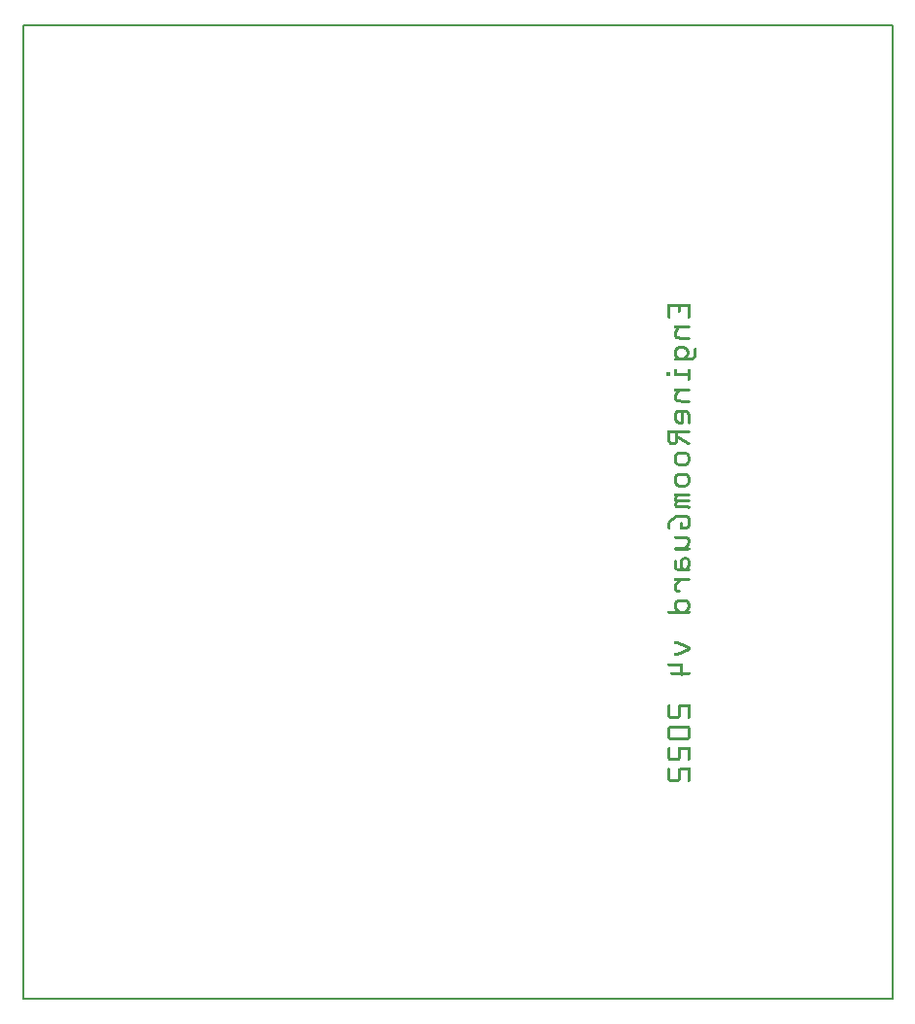
<source format=gbo>
G04 MADE WITH FRITZING*
G04 WWW.FRITZING.ORG*
G04 DOUBLE SIDED*
G04 HOLES PLATED*
G04 CONTOUR ON CENTER OF CONTOUR VECTOR*
%ASAXBY*%
%FSLAX23Y23*%
%MOIN*%
%OFA0B0*%
%SFA1.0B1.0*%
%ADD10R,2.992130X3.346460X2.976130X3.330460*%
%ADD11C,0.008000*%
%ADD12R,0.001000X0.001000*%
%LNSILK0*%
G90*
G70*
G54D11*
X4Y3342D02*
X2988Y3342D01*
X2988Y4D01*
X4Y4D01*
X4Y3342D01*
D02*
G54D12*
X2217Y2385D02*
X2294Y2385D01*
X2217Y2384D02*
X2294Y2384D01*
X2217Y2383D02*
X2294Y2383D01*
X2217Y2382D02*
X2294Y2382D01*
X2217Y2381D02*
X2294Y2381D01*
X2217Y2380D02*
X2294Y2380D01*
X2217Y2379D02*
X2294Y2379D01*
X2217Y2378D02*
X2294Y2378D01*
X2217Y2377D02*
X2294Y2377D01*
X2217Y2376D02*
X2294Y2376D01*
X2217Y2375D02*
X2226Y2375D01*
X2251Y2375D02*
X2260Y2375D01*
X2285Y2375D02*
X2294Y2375D01*
X2217Y2374D02*
X2226Y2374D01*
X2251Y2374D02*
X2260Y2374D01*
X2285Y2374D02*
X2294Y2374D01*
X2217Y2373D02*
X2226Y2373D01*
X2251Y2373D02*
X2260Y2373D01*
X2285Y2373D02*
X2294Y2373D01*
X2217Y2372D02*
X2226Y2372D01*
X2251Y2372D02*
X2260Y2372D01*
X2285Y2372D02*
X2294Y2372D01*
X2217Y2371D02*
X2226Y2371D01*
X2251Y2371D02*
X2260Y2371D01*
X2285Y2371D02*
X2294Y2371D01*
X2217Y2370D02*
X2226Y2370D01*
X2251Y2370D02*
X2260Y2370D01*
X2285Y2370D02*
X2294Y2370D01*
X2217Y2369D02*
X2226Y2369D01*
X2251Y2369D02*
X2260Y2369D01*
X2285Y2369D02*
X2294Y2369D01*
X2217Y2368D02*
X2226Y2368D01*
X2251Y2368D02*
X2260Y2368D01*
X2285Y2368D02*
X2294Y2368D01*
X2217Y2367D02*
X2226Y2367D01*
X2251Y2367D02*
X2260Y2367D01*
X2285Y2367D02*
X2294Y2367D01*
X2217Y2366D02*
X2226Y2366D01*
X2251Y2366D02*
X2260Y2366D01*
X2285Y2366D02*
X2294Y2366D01*
X2217Y2365D02*
X2226Y2365D01*
X2251Y2365D02*
X2260Y2365D01*
X2285Y2365D02*
X2294Y2365D01*
X2217Y2364D02*
X2226Y2364D01*
X2251Y2364D02*
X2260Y2364D01*
X2285Y2364D02*
X2294Y2364D01*
X2217Y2363D02*
X2226Y2363D01*
X2251Y2363D02*
X2260Y2363D01*
X2285Y2363D02*
X2294Y2363D01*
X2217Y2362D02*
X2226Y2362D01*
X2251Y2362D02*
X2260Y2362D01*
X2285Y2362D02*
X2294Y2362D01*
X2217Y2361D02*
X2226Y2361D01*
X2251Y2361D02*
X2260Y2361D01*
X2285Y2361D02*
X2294Y2361D01*
X2217Y2360D02*
X2226Y2360D01*
X2251Y2360D02*
X2260Y2360D01*
X2285Y2360D02*
X2294Y2360D01*
X2217Y2359D02*
X2226Y2359D01*
X2251Y2359D02*
X2260Y2359D01*
X2285Y2359D02*
X2294Y2359D01*
X2217Y2358D02*
X2226Y2358D01*
X2252Y2358D02*
X2259Y2358D01*
X2285Y2358D02*
X2294Y2358D01*
X2217Y2357D02*
X2226Y2357D01*
X2253Y2357D02*
X2258Y2357D01*
X2285Y2357D02*
X2294Y2357D01*
X2217Y2356D02*
X2226Y2356D01*
X2285Y2356D02*
X2294Y2356D01*
X2217Y2355D02*
X2226Y2355D01*
X2285Y2355D02*
X2294Y2355D01*
X2217Y2354D02*
X2226Y2354D01*
X2285Y2354D02*
X2294Y2354D01*
X2217Y2353D02*
X2226Y2353D01*
X2285Y2353D02*
X2294Y2353D01*
X2217Y2352D02*
X2226Y2352D01*
X2285Y2352D02*
X2294Y2352D01*
X2217Y2351D02*
X2226Y2351D01*
X2285Y2351D02*
X2294Y2351D01*
X2217Y2350D02*
X2226Y2350D01*
X2285Y2350D02*
X2294Y2350D01*
X2217Y2349D02*
X2226Y2349D01*
X2285Y2349D02*
X2294Y2349D01*
X2217Y2348D02*
X2226Y2348D01*
X2285Y2348D02*
X2294Y2348D01*
X2217Y2347D02*
X2226Y2347D01*
X2285Y2347D02*
X2294Y2347D01*
X2217Y2346D02*
X2226Y2346D01*
X2285Y2346D02*
X2294Y2346D01*
X2217Y2345D02*
X2226Y2345D01*
X2285Y2345D02*
X2294Y2345D01*
X2217Y2344D02*
X2226Y2344D01*
X2285Y2344D02*
X2294Y2344D01*
X2217Y2343D02*
X2226Y2343D01*
X2285Y2343D02*
X2294Y2343D01*
X2217Y2342D02*
X2226Y2342D01*
X2285Y2342D02*
X2294Y2342D01*
X2217Y2341D02*
X2226Y2341D01*
X2285Y2341D02*
X2294Y2341D01*
X2217Y2340D02*
X2226Y2340D01*
X2285Y2340D02*
X2294Y2340D01*
X2218Y2339D02*
X2226Y2339D01*
X2285Y2339D02*
X2293Y2339D01*
X2218Y2338D02*
X2225Y2338D01*
X2286Y2338D02*
X2293Y2338D01*
X2219Y2337D02*
X2224Y2337D01*
X2287Y2337D02*
X2292Y2337D01*
X2241Y2313D02*
X2291Y2313D01*
X2240Y2312D02*
X2293Y2312D01*
X2239Y2311D02*
X2293Y2311D01*
X2238Y2310D02*
X2294Y2310D01*
X2238Y2309D02*
X2294Y2309D01*
X2238Y2308D02*
X2294Y2308D01*
X2239Y2307D02*
X2294Y2307D01*
X2239Y2306D02*
X2293Y2306D01*
X2240Y2305D02*
X2292Y2305D01*
X2241Y2304D02*
X2291Y2304D01*
X2246Y2303D02*
X2257Y2303D01*
X2246Y2302D02*
X2257Y2302D01*
X2245Y2301D02*
X2256Y2301D01*
X2244Y2300D02*
X2256Y2300D01*
X2244Y2299D02*
X2255Y2299D01*
X2243Y2298D02*
X2254Y2298D01*
X2243Y2297D02*
X2254Y2297D01*
X2242Y2296D02*
X2253Y2296D01*
X2241Y2295D02*
X2252Y2295D01*
X2241Y2294D02*
X2252Y2294D01*
X2240Y2293D02*
X2251Y2293D01*
X2240Y2292D02*
X2250Y2292D01*
X2239Y2291D02*
X2250Y2291D01*
X2239Y2290D02*
X2249Y2290D01*
X2239Y2289D02*
X2248Y2289D01*
X2238Y2288D02*
X2248Y2288D01*
X2238Y2287D02*
X2247Y2287D01*
X2238Y2286D02*
X2247Y2286D01*
X2238Y2285D02*
X2247Y2285D01*
X2238Y2284D02*
X2247Y2284D01*
X2238Y2283D02*
X2247Y2283D01*
X2238Y2282D02*
X2247Y2282D01*
X2238Y2281D02*
X2247Y2281D01*
X2238Y2280D02*
X2247Y2280D01*
X2238Y2279D02*
X2248Y2279D01*
X2238Y2278D02*
X2248Y2278D01*
X2239Y2277D02*
X2249Y2277D01*
X2239Y2276D02*
X2250Y2276D01*
X2239Y2275D02*
X2258Y2275D01*
X2240Y2274D02*
X2287Y2274D01*
X2240Y2273D02*
X2292Y2273D01*
X2241Y2272D02*
X2293Y2272D01*
X2241Y2271D02*
X2293Y2271D01*
X2242Y2270D02*
X2294Y2270D01*
X2243Y2269D02*
X2294Y2269D01*
X2244Y2268D02*
X2294Y2268D01*
X2246Y2267D02*
X2294Y2267D01*
X2248Y2266D02*
X2293Y2266D01*
X2257Y2265D02*
X2292Y2265D01*
X2288Y2264D02*
X2289Y2264D01*
X2253Y2241D02*
X2275Y2241D01*
X2250Y2240D02*
X2278Y2240D01*
X2248Y2239D02*
X2280Y2239D01*
X2247Y2238D02*
X2281Y2238D01*
X2246Y2237D02*
X2282Y2237D01*
X2245Y2236D02*
X2283Y2236D01*
X2309Y2236D02*
X2312Y2236D01*
X2244Y2235D02*
X2284Y2235D01*
X2308Y2235D02*
X2314Y2235D01*
X2243Y2234D02*
X2285Y2234D01*
X2307Y2234D02*
X2314Y2234D01*
X2242Y2233D02*
X2286Y2233D01*
X2306Y2233D02*
X2315Y2233D01*
X2241Y2232D02*
X2286Y2232D01*
X2306Y2232D02*
X2315Y2232D01*
X2241Y2231D02*
X2254Y2231D01*
X2274Y2231D02*
X2287Y2231D01*
X2306Y2231D02*
X2315Y2231D01*
X2240Y2230D02*
X2252Y2230D01*
X2276Y2230D02*
X2288Y2230D01*
X2306Y2230D02*
X2315Y2230D01*
X2240Y2229D02*
X2251Y2229D01*
X2277Y2229D02*
X2288Y2229D01*
X2306Y2229D02*
X2315Y2229D01*
X2239Y2228D02*
X2250Y2228D01*
X2278Y2228D02*
X2289Y2228D01*
X2306Y2228D02*
X2315Y2228D01*
X2239Y2227D02*
X2249Y2227D01*
X2279Y2227D02*
X2289Y2227D01*
X2306Y2227D02*
X2315Y2227D01*
X2239Y2226D02*
X2249Y2226D01*
X2280Y2226D02*
X2289Y2226D01*
X2306Y2226D02*
X2315Y2226D01*
X2238Y2225D02*
X2248Y2225D01*
X2280Y2225D02*
X2290Y2225D01*
X2306Y2225D02*
X2315Y2225D01*
X2238Y2224D02*
X2247Y2224D01*
X2281Y2224D02*
X2290Y2224D01*
X2306Y2224D02*
X2315Y2224D01*
X2238Y2223D02*
X2247Y2223D01*
X2281Y2223D02*
X2290Y2223D01*
X2306Y2223D02*
X2315Y2223D01*
X2238Y2222D02*
X2247Y2222D01*
X2281Y2222D02*
X2290Y2222D01*
X2306Y2222D02*
X2315Y2222D01*
X2238Y2221D02*
X2247Y2221D01*
X2281Y2221D02*
X2290Y2221D01*
X2306Y2221D02*
X2315Y2221D01*
X2238Y2220D02*
X2247Y2220D01*
X2281Y2220D02*
X2290Y2220D01*
X2306Y2220D02*
X2315Y2220D01*
X2238Y2219D02*
X2247Y2219D01*
X2281Y2219D02*
X2290Y2219D01*
X2306Y2219D02*
X2315Y2219D01*
X2238Y2218D02*
X2247Y2218D01*
X2281Y2218D02*
X2290Y2218D01*
X2306Y2218D02*
X2315Y2218D01*
X2238Y2217D02*
X2247Y2217D01*
X2281Y2217D02*
X2290Y2217D01*
X2306Y2217D02*
X2315Y2217D01*
X2238Y2216D02*
X2247Y2216D01*
X2281Y2216D02*
X2290Y2216D01*
X2306Y2216D02*
X2315Y2216D01*
X2238Y2215D02*
X2247Y2215D01*
X2281Y2215D02*
X2290Y2215D01*
X2306Y2215D02*
X2315Y2215D01*
X2238Y2214D02*
X2248Y2214D01*
X2280Y2214D02*
X2290Y2214D01*
X2306Y2214D02*
X2315Y2214D01*
X2238Y2213D02*
X2248Y2213D01*
X2280Y2213D02*
X2290Y2213D01*
X2306Y2213D02*
X2315Y2213D01*
X2239Y2212D02*
X2249Y2212D01*
X2279Y2212D02*
X2289Y2212D01*
X2306Y2212D02*
X2315Y2212D01*
X2239Y2211D02*
X2249Y2211D01*
X2279Y2211D02*
X2289Y2211D01*
X2306Y2211D02*
X2315Y2211D01*
X2239Y2210D02*
X2250Y2210D01*
X2278Y2210D02*
X2289Y2210D01*
X2306Y2210D02*
X2315Y2210D01*
X2240Y2209D02*
X2251Y2209D01*
X2277Y2209D02*
X2288Y2209D01*
X2306Y2209D02*
X2315Y2209D01*
X2240Y2208D02*
X2252Y2208D01*
X2276Y2208D02*
X2288Y2208D01*
X2306Y2208D02*
X2315Y2208D01*
X2241Y2207D02*
X2253Y2207D01*
X2275Y2207D02*
X2287Y2207D01*
X2305Y2207D02*
X2315Y2207D01*
X2241Y2206D02*
X2254Y2206D01*
X2274Y2206D02*
X2287Y2206D01*
X2304Y2206D02*
X2315Y2206D01*
X2242Y2205D02*
X2255Y2205D01*
X2273Y2205D02*
X2286Y2205D01*
X2303Y2205D02*
X2314Y2205D01*
X2243Y2204D02*
X2255Y2204D01*
X2273Y2204D02*
X2285Y2204D01*
X2302Y2204D02*
X2314Y2204D01*
X2244Y2203D02*
X2256Y2203D01*
X2272Y2203D02*
X2284Y2203D01*
X2301Y2203D02*
X2313Y2203D01*
X2245Y2202D02*
X2258Y2202D01*
X2270Y2202D02*
X2283Y2202D01*
X2300Y2202D02*
X2313Y2202D01*
X2241Y2201D02*
X2312Y2201D01*
X2240Y2200D02*
X2311Y2200D01*
X2239Y2199D02*
X2310Y2199D01*
X2238Y2198D02*
X2309Y2198D01*
X2238Y2197D02*
X2308Y2197D01*
X2238Y2196D02*
X2307Y2196D01*
X2239Y2195D02*
X2306Y2195D01*
X2239Y2194D02*
X2305Y2194D01*
X2240Y2193D02*
X2303Y2193D01*
X2241Y2192D02*
X2301Y2192D01*
X2243Y2164D02*
X2243Y2164D01*
X2289Y2164D02*
X2290Y2164D01*
X2240Y2163D02*
X2245Y2163D01*
X2287Y2163D02*
X2292Y2163D01*
X2239Y2162D02*
X2246Y2162D01*
X2286Y2162D02*
X2293Y2162D01*
X2239Y2161D02*
X2247Y2161D01*
X2285Y2161D02*
X2294Y2161D01*
X2238Y2160D02*
X2247Y2160D01*
X2285Y2160D02*
X2294Y2160D01*
X2238Y2159D02*
X2247Y2159D01*
X2285Y2159D02*
X2294Y2159D01*
X2238Y2158D02*
X2247Y2158D01*
X2285Y2158D02*
X2294Y2158D01*
X2238Y2157D02*
X2247Y2157D01*
X2285Y2157D02*
X2294Y2157D01*
X2238Y2156D02*
X2247Y2156D01*
X2285Y2156D02*
X2294Y2156D01*
X2238Y2155D02*
X2247Y2155D01*
X2285Y2155D02*
X2294Y2155D01*
X2217Y2154D02*
X2222Y2154D01*
X2238Y2154D02*
X2247Y2154D01*
X2285Y2154D02*
X2294Y2154D01*
X2215Y2153D02*
X2224Y2153D01*
X2238Y2153D02*
X2247Y2153D01*
X2285Y2153D02*
X2294Y2153D01*
X2214Y2152D02*
X2225Y2152D01*
X2238Y2152D02*
X2247Y2152D01*
X2285Y2152D02*
X2294Y2152D01*
X2213Y2151D02*
X2226Y2151D01*
X2238Y2151D02*
X2247Y2151D01*
X2285Y2151D02*
X2294Y2151D01*
X2213Y2150D02*
X2226Y2150D01*
X2238Y2150D02*
X2247Y2150D01*
X2285Y2150D02*
X2294Y2150D01*
X2213Y2149D02*
X2226Y2149D01*
X2238Y2149D02*
X2294Y2149D01*
X2213Y2148D02*
X2226Y2148D01*
X2238Y2148D02*
X2294Y2148D01*
X2213Y2147D02*
X2226Y2147D01*
X2238Y2147D02*
X2294Y2147D01*
X2213Y2146D02*
X2226Y2146D01*
X2238Y2146D02*
X2294Y2146D01*
X2213Y2145D02*
X2226Y2145D01*
X2238Y2145D02*
X2294Y2145D01*
X2213Y2144D02*
X2226Y2144D01*
X2238Y2144D02*
X2294Y2144D01*
X2213Y2143D02*
X2226Y2143D01*
X2238Y2143D02*
X2294Y2143D01*
X2213Y2142D02*
X2226Y2142D01*
X2239Y2142D02*
X2294Y2142D01*
X2214Y2141D02*
X2225Y2141D01*
X2239Y2141D02*
X2294Y2141D01*
X2215Y2140D02*
X2224Y2140D01*
X2241Y2140D02*
X2294Y2140D01*
X2285Y2139D02*
X2294Y2139D01*
X2285Y2138D02*
X2294Y2138D01*
X2285Y2137D02*
X2294Y2137D01*
X2285Y2136D02*
X2294Y2136D01*
X2285Y2135D02*
X2294Y2135D01*
X2285Y2134D02*
X2294Y2134D01*
X2285Y2133D02*
X2294Y2133D01*
X2285Y2132D02*
X2294Y2132D01*
X2285Y2131D02*
X2294Y2131D01*
X2285Y2130D02*
X2294Y2130D01*
X2285Y2129D02*
X2294Y2129D01*
X2285Y2128D02*
X2294Y2128D01*
X2286Y2127D02*
X2293Y2127D01*
X2286Y2126D02*
X2293Y2126D01*
X2287Y2125D02*
X2291Y2125D01*
X2241Y2096D02*
X2291Y2096D01*
X2239Y2095D02*
X2293Y2095D01*
X2239Y2094D02*
X2293Y2094D01*
X2238Y2093D02*
X2294Y2093D01*
X2238Y2092D02*
X2294Y2092D01*
X2238Y2091D02*
X2294Y2091D01*
X2239Y2090D02*
X2294Y2090D01*
X2239Y2089D02*
X2293Y2089D01*
X2240Y2088D02*
X2292Y2088D01*
X2242Y2087D02*
X2291Y2087D01*
X2246Y2086D02*
X2257Y2086D01*
X2246Y2085D02*
X2257Y2085D01*
X2245Y2084D02*
X2256Y2084D01*
X2244Y2083D02*
X2255Y2083D01*
X2244Y2082D02*
X2255Y2082D01*
X2243Y2081D02*
X2254Y2081D01*
X2242Y2080D02*
X2254Y2080D01*
X2242Y2079D02*
X2253Y2079D01*
X2241Y2078D02*
X2252Y2078D01*
X2241Y2077D02*
X2252Y2077D01*
X2240Y2076D02*
X2251Y2076D01*
X2240Y2075D02*
X2250Y2075D01*
X2239Y2074D02*
X2250Y2074D01*
X2239Y2073D02*
X2249Y2073D01*
X2239Y2072D02*
X2248Y2072D01*
X2238Y2071D02*
X2248Y2071D01*
X2238Y2070D02*
X2247Y2070D01*
X2238Y2069D02*
X2247Y2069D01*
X2238Y2068D02*
X2247Y2068D01*
X2238Y2067D02*
X2247Y2067D01*
X2238Y2066D02*
X2247Y2066D01*
X2238Y2065D02*
X2247Y2065D01*
X2238Y2064D02*
X2247Y2064D01*
X2238Y2063D02*
X2247Y2063D01*
X2238Y2062D02*
X2248Y2062D01*
X2238Y2061D02*
X2248Y2061D01*
X2239Y2060D02*
X2249Y2060D01*
X2239Y2059D02*
X2250Y2059D01*
X2239Y2058D02*
X2262Y2058D01*
X2240Y2057D02*
X2289Y2057D01*
X2240Y2056D02*
X2292Y2056D01*
X2241Y2055D02*
X2293Y2055D01*
X2241Y2054D02*
X2294Y2054D01*
X2242Y2053D02*
X2294Y2053D01*
X2243Y2052D02*
X2294Y2052D01*
X2245Y2051D02*
X2294Y2051D01*
X2246Y2050D02*
X2294Y2050D01*
X2249Y2049D02*
X2293Y2049D01*
X2261Y2048D02*
X2292Y2048D01*
X2253Y2024D02*
X2280Y2024D01*
X2250Y2023D02*
X2283Y2023D01*
X2248Y2022D02*
X2284Y2022D01*
X2247Y2021D02*
X2286Y2021D01*
X2246Y2020D02*
X2287Y2020D01*
X2245Y2019D02*
X2288Y2019D01*
X2244Y2018D02*
X2288Y2018D01*
X2243Y2017D02*
X2289Y2017D01*
X2242Y2016D02*
X2290Y2016D01*
X2241Y2015D02*
X2291Y2015D01*
X2241Y2014D02*
X2253Y2014D01*
X2264Y2014D02*
X2273Y2014D01*
X2279Y2014D02*
X2292Y2014D01*
X2240Y2013D02*
X2252Y2013D01*
X2264Y2013D02*
X2273Y2013D01*
X2280Y2013D02*
X2292Y2013D01*
X2240Y2012D02*
X2251Y2012D01*
X2264Y2012D02*
X2273Y2012D01*
X2281Y2012D02*
X2293Y2012D01*
X2239Y2011D02*
X2250Y2011D01*
X2264Y2011D02*
X2273Y2011D01*
X2282Y2011D02*
X2293Y2011D01*
X2239Y2010D02*
X2249Y2010D01*
X2264Y2010D02*
X2273Y2010D01*
X2283Y2010D02*
X2293Y2010D01*
X2239Y2009D02*
X2248Y2009D01*
X2264Y2009D02*
X2273Y2009D01*
X2284Y2009D02*
X2294Y2009D01*
X2238Y2008D02*
X2248Y2008D01*
X2264Y2008D02*
X2273Y2008D01*
X2284Y2008D02*
X2294Y2008D01*
X2238Y2007D02*
X2247Y2007D01*
X2264Y2007D02*
X2273Y2007D01*
X2285Y2007D02*
X2294Y2007D01*
X2238Y2006D02*
X2247Y2006D01*
X2264Y2006D02*
X2273Y2006D01*
X2285Y2006D02*
X2294Y2006D01*
X2238Y2005D02*
X2247Y2005D01*
X2264Y2005D02*
X2273Y2005D01*
X2285Y2005D02*
X2294Y2005D01*
X2238Y2004D02*
X2247Y2004D01*
X2264Y2004D02*
X2273Y2004D01*
X2285Y2004D02*
X2294Y2004D01*
X2238Y2003D02*
X2247Y2003D01*
X2264Y2003D02*
X2273Y2003D01*
X2285Y2003D02*
X2294Y2003D01*
X2238Y2002D02*
X2247Y2002D01*
X2264Y2002D02*
X2273Y2002D01*
X2285Y2002D02*
X2294Y2002D01*
X2238Y2001D02*
X2247Y2001D01*
X2264Y2001D02*
X2273Y2001D01*
X2285Y2001D02*
X2294Y2001D01*
X2238Y2000D02*
X2247Y2000D01*
X2264Y2000D02*
X2273Y2000D01*
X2285Y2000D02*
X2294Y2000D01*
X2238Y1999D02*
X2247Y1999D01*
X2264Y1999D02*
X2273Y1999D01*
X2285Y1999D02*
X2294Y1999D01*
X2238Y1998D02*
X2247Y1998D01*
X2264Y1998D02*
X2273Y1998D01*
X2285Y1998D02*
X2294Y1998D01*
X2238Y1997D02*
X2247Y1997D01*
X2264Y1997D02*
X2273Y1997D01*
X2285Y1997D02*
X2294Y1997D01*
X2238Y1996D02*
X2247Y1996D01*
X2264Y1996D02*
X2273Y1996D01*
X2285Y1996D02*
X2294Y1996D01*
X2238Y1995D02*
X2247Y1995D01*
X2264Y1995D02*
X2273Y1995D01*
X2285Y1995D02*
X2294Y1995D01*
X2238Y1994D02*
X2247Y1994D01*
X2264Y1994D02*
X2273Y1994D01*
X2285Y1994D02*
X2294Y1994D01*
X2238Y1993D02*
X2247Y1993D01*
X2264Y1993D02*
X2273Y1993D01*
X2285Y1993D02*
X2294Y1993D01*
X2238Y1992D02*
X2248Y1992D01*
X2264Y1992D02*
X2273Y1992D01*
X2285Y1992D02*
X2294Y1992D01*
X2238Y1991D02*
X2248Y1991D01*
X2264Y1991D02*
X2273Y1991D01*
X2285Y1991D02*
X2294Y1991D01*
X2239Y1990D02*
X2248Y1990D01*
X2264Y1990D02*
X2273Y1990D01*
X2285Y1990D02*
X2294Y1990D01*
X2239Y1989D02*
X2249Y1989D01*
X2264Y1989D02*
X2273Y1989D01*
X2285Y1989D02*
X2294Y1989D01*
X2239Y1988D02*
X2250Y1988D01*
X2264Y1988D02*
X2273Y1988D01*
X2285Y1988D02*
X2294Y1988D01*
X2240Y1987D02*
X2251Y1987D01*
X2264Y1987D02*
X2273Y1987D01*
X2285Y1987D02*
X2294Y1987D01*
X2240Y1986D02*
X2252Y1986D01*
X2264Y1986D02*
X2273Y1986D01*
X2285Y1986D02*
X2294Y1986D01*
X2241Y1985D02*
X2254Y1985D01*
X2264Y1985D02*
X2273Y1985D01*
X2285Y1985D02*
X2294Y1985D01*
X2242Y1984D02*
X2273Y1984D01*
X2285Y1984D02*
X2294Y1984D01*
X2242Y1983D02*
X2273Y1983D01*
X2285Y1983D02*
X2294Y1983D01*
X2243Y1982D02*
X2273Y1982D01*
X2285Y1982D02*
X2294Y1982D01*
X2244Y1981D02*
X2273Y1981D01*
X2285Y1981D02*
X2294Y1981D01*
X2245Y1980D02*
X2273Y1980D01*
X2285Y1980D02*
X2294Y1980D01*
X2246Y1979D02*
X2273Y1979D01*
X2285Y1979D02*
X2294Y1979D01*
X2247Y1978D02*
X2272Y1978D01*
X2285Y1978D02*
X2294Y1978D01*
X2248Y1977D02*
X2272Y1977D01*
X2286Y1977D02*
X2293Y1977D01*
X2250Y1976D02*
X2271Y1976D01*
X2287Y1976D02*
X2292Y1976D01*
X2253Y1975D02*
X2269Y1975D01*
X2288Y1975D02*
X2291Y1975D01*
X2217Y1952D02*
X2290Y1952D01*
X2217Y1951D02*
X2292Y1951D01*
X2217Y1950D02*
X2293Y1950D01*
X2217Y1949D02*
X2294Y1949D01*
X2217Y1948D02*
X2294Y1948D01*
X2217Y1947D02*
X2294Y1947D01*
X2217Y1946D02*
X2294Y1946D01*
X2217Y1945D02*
X2293Y1945D01*
X2217Y1944D02*
X2293Y1944D01*
X2217Y1943D02*
X2292Y1943D01*
X2217Y1942D02*
X2226Y1942D01*
X2242Y1942D02*
X2252Y1942D01*
X2217Y1941D02*
X2226Y1941D01*
X2242Y1941D02*
X2252Y1941D01*
X2217Y1940D02*
X2226Y1940D01*
X2242Y1940D02*
X2252Y1940D01*
X2217Y1939D02*
X2226Y1939D01*
X2242Y1939D02*
X2252Y1939D01*
X2217Y1938D02*
X2226Y1938D01*
X2242Y1938D02*
X2252Y1938D01*
X2217Y1937D02*
X2226Y1937D01*
X2242Y1937D02*
X2252Y1937D01*
X2217Y1936D02*
X2226Y1936D01*
X2242Y1936D02*
X2252Y1936D01*
X2217Y1935D02*
X2226Y1935D01*
X2242Y1935D02*
X2252Y1935D01*
X2217Y1934D02*
X2226Y1934D01*
X2242Y1934D02*
X2254Y1934D01*
X2217Y1933D02*
X2226Y1933D01*
X2242Y1933D02*
X2255Y1933D01*
X2217Y1932D02*
X2226Y1932D01*
X2242Y1932D02*
X2257Y1932D01*
X2217Y1931D02*
X2226Y1931D01*
X2242Y1931D02*
X2259Y1931D01*
X2217Y1930D02*
X2226Y1930D01*
X2242Y1930D02*
X2260Y1930D01*
X2217Y1929D02*
X2226Y1929D01*
X2242Y1929D02*
X2262Y1929D01*
X2217Y1928D02*
X2226Y1928D01*
X2242Y1928D02*
X2264Y1928D01*
X2217Y1927D02*
X2226Y1927D01*
X2242Y1927D02*
X2266Y1927D01*
X2217Y1926D02*
X2226Y1926D01*
X2242Y1926D02*
X2267Y1926D01*
X2217Y1925D02*
X2226Y1925D01*
X2242Y1925D02*
X2269Y1925D01*
X2217Y1924D02*
X2226Y1924D01*
X2242Y1924D02*
X2271Y1924D01*
X2217Y1923D02*
X2226Y1923D01*
X2242Y1923D02*
X2272Y1923D01*
X2217Y1922D02*
X2226Y1922D01*
X2242Y1922D02*
X2252Y1922D01*
X2255Y1922D02*
X2274Y1922D01*
X2217Y1921D02*
X2226Y1921D01*
X2242Y1921D02*
X2252Y1921D01*
X2257Y1921D02*
X2276Y1921D01*
X2217Y1920D02*
X2226Y1920D01*
X2242Y1920D02*
X2252Y1920D01*
X2258Y1920D02*
X2278Y1920D01*
X2217Y1919D02*
X2226Y1919D01*
X2242Y1919D02*
X2252Y1919D01*
X2260Y1919D02*
X2279Y1919D01*
X2217Y1918D02*
X2226Y1918D01*
X2242Y1918D02*
X2252Y1918D01*
X2262Y1918D02*
X2281Y1918D01*
X2217Y1917D02*
X2226Y1917D01*
X2242Y1917D02*
X2252Y1917D01*
X2264Y1917D02*
X2283Y1917D01*
X2217Y1916D02*
X2226Y1916D01*
X2242Y1916D02*
X2251Y1916D01*
X2265Y1916D02*
X2284Y1916D01*
X2217Y1915D02*
X2227Y1915D01*
X2242Y1915D02*
X2251Y1915D01*
X2267Y1915D02*
X2286Y1915D01*
X2217Y1914D02*
X2228Y1914D01*
X2241Y1914D02*
X2251Y1914D01*
X2269Y1914D02*
X2288Y1914D01*
X2218Y1913D02*
X2229Y1913D01*
X2239Y1913D02*
X2251Y1913D01*
X2270Y1913D02*
X2290Y1913D01*
X2218Y1912D02*
X2250Y1912D01*
X2272Y1912D02*
X2291Y1912D01*
X2219Y1911D02*
X2250Y1911D01*
X2274Y1911D02*
X2293Y1911D01*
X2219Y1910D02*
X2249Y1910D01*
X2276Y1910D02*
X2293Y1910D01*
X2220Y1909D02*
X2249Y1909D01*
X2277Y1909D02*
X2294Y1909D01*
X2221Y1908D02*
X2248Y1908D01*
X2279Y1908D02*
X2294Y1908D01*
X2221Y1907D02*
X2247Y1907D01*
X2281Y1907D02*
X2294Y1907D01*
X2223Y1906D02*
X2246Y1906D01*
X2282Y1906D02*
X2294Y1906D01*
X2224Y1905D02*
X2245Y1905D01*
X2284Y1905D02*
X2293Y1905D01*
X2226Y1904D02*
X2243Y1904D01*
X2286Y1904D02*
X2293Y1904D01*
X2228Y1903D02*
X2240Y1903D01*
X2288Y1903D02*
X2291Y1903D01*
X2252Y1879D02*
X2281Y1879D01*
X2249Y1878D02*
X2283Y1878D01*
X2248Y1877D02*
X2285Y1877D01*
X2246Y1876D02*
X2286Y1876D01*
X2245Y1875D02*
X2287Y1875D01*
X2244Y1874D02*
X2288Y1874D01*
X2244Y1873D02*
X2289Y1873D01*
X2243Y1872D02*
X2290Y1872D01*
X2242Y1871D02*
X2290Y1871D01*
X2241Y1870D02*
X2291Y1870D01*
X2240Y1869D02*
X2253Y1869D01*
X2279Y1869D02*
X2292Y1869D01*
X2240Y1868D02*
X2252Y1868D01*
X2281Y1868D02*
X2292Y1868D01*
X2239Y1867D02*
X2251Y1867D01*
X2282Y1867D02*
X2293Y1867D01*
X2239Y1866D02*
X2250Y1866D01*
X2283Y1866D02*
X2293Y1866D01*
X2239Y1865D02*
X2249Y1865D01*
X2283Y1865D02*
X2293Y1865D01*
X2238Y1864D02*
X2248Y1864D01*
X2284Y1864D02*
X2294Y1864D01*
X2238Y1863D02*
X2248Y1863D01*
X2285Y1863D02*
X2294Y1863D01*
X2238Y1862D02*
X2247Y1862D01*
X2285Y1862D02*
X2294Y1862D01*
X2238Y1861D02*
X2247Y1861D01*
X2285Y1861D02*
X2294Y1861D01*
X2238Y1860D02*
X2247Y1860D01*
X2285Y1860D02*
X2294Y1860D01*
X2238Y1859D02*
X2247Y1859D01*
X2285Y1859D02*
X2294Y1859D01*
X2238Y1858D02*
X2247Y1858D01*
X2285Y1858D02*
X2294Y1858D01*
X2238Y1857D02*
X2247Y1857D01*
X2285Y1857D02*
X2294Y1857D01*
X2238Y1856D02*
X2247Y1856D01*
X2285Y1856D02*
X2294Y1856D01*
X2238Y1855D02*
X2247Y1855D01*
X2285Y1855D02*
X2294Y1855D01*
X2238Y1854D02*
X2247Y1854D01*
X2285Y1854D02*
X2294Y1854D01*
X2238Y1853D02*
X2247Y1853D01*
X2285Y1853D02*
X2294Y1853D01*
X2238Y1852D02*
X2247Y1852D01*
X2285Y1852D02*
X2294Y1852D01*
X2238Y1851D02*
X2247Y1851D01*
X2285Y1851D02*
X2294Y1851D01*
X2238Y1850D02*
X2247Y1850D01*
X2285Y1850D02*
X2294Y1850D01*
X2238Y1849D02*
X2247Y1849D01*
X2285Y1849D02*
X2294Y1849D01*
X2238Y1848D02*
X2247Y1848D01*
X2285Y1848D02*
X2294Y1848D01*
X2238Y1847D02*
X2248Y1847D01*
X2285Y1847D02*
X2294Y1847D01*
X2238Y1846D02*
X2248Y1846D01*
X2284Y1846D02*
X2294Y1846D01*
X2239Y1845D02*
X2249Y1845D01*
X2283Y1845D02*
X2293Y1845D01*
X2239Y1844D02*
X2249Y1844D01*
X2282Y1844D02*
X2293Y1844D01*
X2239Y1843D02*
X2250Y1843D01*
X2282Y1843D02*
X2293Y1843D01*
X2240Y1842D02*
X2251Y1842D01*
X2281Y1842D02*
X2292Y1842D01*
X2240Y1841D02*
X2253Y1841D01*
X2279Y1841D02*
X2292Y1841D01*
X2241Y1840D02*
X2291Y1840D01*
X2242Y1839D02*
X2290Y1839D01*
X2243Y1838D02*
X2289Y1838D01*
X2244Y1837D02*
X2289Y1837D01*
X2244Y1836D02*
X2288Y1836D01*
X2245Y1835D02*
X2287Y1835D01*
X2246Y1834D02*
X2286Y1834D01*
X2247Y1833D02*
X2284Y1833D01*
X2249Y1832D02*
X2283Y1832D01*
X2251Y1831D02*
X2281Y1831D01*
X2252Y1807D02*
X2280Y1807D01*
X2250Y1806D02*
X2283Y1806D01*
X2248Y1805D02*
X2284Y1805D01*
X2247Y1804D02*
X2286Y1804D01*
X2246Y1803D02*
X2287Y1803D01*
X2245Y1802D02*
X2288Y1802D01*
X2244Y1801D02*
X2289Y1801D01*
X2243Y1800D02*
X2289Y1800D01*
X2242Y1799D02*
X2290Y1799D01*
X2241Y1798D02*
X2291Y1798D01*
X2241Y1797D02*
X2253Y1797D01*
X2279Y1797D02*
X2292Y1797D01*
X2240Y1796D02*
X2252Y1796D01*
X2280Y1796D02*
X2292Y1796D01*
X2239Y1795D02*
X2251Y1795D01*
X2281Y1795D02*
X2293Y1795D01*
X2239Y1794D02*
X2250Y1794D01*
X2282Y1794D02*
X2293Y1794D01*
X2239Y1793D02*
X2249Y1793D01*
X2283Y1793D02*
X2293Y1793D01*
X2239Y1792D02*
X2248Y1792D01*
X2284Y1792D02*
X2294Y1792D01*
X2238Y1791D02*
X2248Y1791D01*
X2284Y1791D02*
X2294Y1791D01*
X2238Y1790D02*
X2247Y1790D01*
X2285Y1790D02*
X2294Y1790D01*
X2238Y1789D02*
X2247Y1789D01*
X2285Y1789D02*
X2294Y1789D01*
X2238Y1788D02*
X2247Y1788D01*
X2285Y1788D02*
X2294Y1788D01*
X2238Y1787D02*
X2247Y1787D01*
X2285Y1787D02*
X2294Y1787D01*
X2238Y1786D02*
X2247Y1786D01*
X2285Y1786D02*
X2294Y1786D01*
X2238Y1785D02*
X2247Y1785D01*
X2285Y1785D02*
X2294Y1785D01*
X2238Y1784D02*
X2247Y1784D01*
X2285Y1784D02*
X2294Y1784D01*
X2238Y1783D02*
X2247Y1783D01*
X2285Y1783D02*
X2294Y1783D01*
X2238Y1782D02*
X2247Y1782D01*
X2285Y1782D02*
X2294Y1782D01*
X2238Y1781D02*
X2247Y1781D01*
X2285Y1781D02*
X2294Y1781D01*
X2238Y1780D02*
X2247Y1780D01*
X2285Y1780D02*
X2294Y1780D01*
X2238Y1779D02*
X2247Y1779D01*
X2285Y1779D02*
X2294Y1779D01*
X2238Y1778D02*
X2247Y1778D01*
X2285Y1778D02*
X2294Y1778D01*
X2238Y1777D02*
X2247Y1777D01*
X2285Y1777D02*
X2294Y1777D01*
X2238Y1776D02*
X2247Y1776D01*
X2285Y1776D02*
X2294Y1776D01*
X2238Y1775D02*
X2248Y1775D01*
X2285Y1775D02*
X2294Y1775D01*
X2238Y1774D02*
X2248Y1774D01*
X2284Y1774D02*
X2294Y1774D01*
X2239Y1773D02*
X2249Y1773D01*
X2283Y1773D02*
X2294Y1773D01*
X2239Y1772D02*
X2249Y1772D01*
X2283Y1772D02*
X2293Y1772D01*
X2239Y1771D02*
X2250Y1771D01*
X2282Y1771D02*
X2293Y1771D01*
X2240Y1770D02*
X2251Y1770D01*
X2281Y1770D02*
X2292Y1770D01*
X2240Y1769D02*
X2252Y1769D01*
X2280Y1769D02*
X2292Y1769D01*
X2241Y1768D02*
X2255Y1768D01*
X2278Y1768D02*
X2291Y1768D01*
X2242Y1767D02*
X2291Y1767D01*
X2242Y1766D02*
X2290Y1766D01*
X2243Y1765D02*
X2289Y1765D01*
X2244Y1764D02*
X2288Y1764D01*
X2245Y1763D02*
X2287Y1763D01*
X2246Y1762D02*
X2286Y1762D01*
X2247Y1761D02*
X2285Y1761D01*
X2249Y1760D02*
X2284Y1760D01*
X2250Y1759D02*
X2282Y1759D01*
X2254Y1758D02*
X2279Y1758D01*
X2243Y1736D02*
X2290Y1736D01*
X2240Y1735D02*
X2292Y1735D01*
X2239Y1734D02*
X2293Y1734D01*
X2239Y1733D02*
X2294Y1733D01*
X2238Y1732D02*
X2294Y1732D01*
X2238Y1731D02*
X2294Y1731D01*
X2238Y1730D02*
X2294Y1730D01*
X2239Y1729D02*
X2293Y1729D01*
X2239Y1728D02*
X2293Y1728D01*
X2240Y1727D02*
X2292Y1727D01*
X2241Y1726D02*
X2254Y1726D01*
X2241Y1725D02*
X2253Y1725D01*
X2240Y1724D02*
X2252Y1724D01*
X2240Y1723D02*
X2251Y1723D01*
X2239Y1722D02*
X2250Y1722D01*
X2239Y1721D02*
X2249Y1721D01*
X2238Y1720D02*
X2249Y1720D01*
X2238Y1719D02*
X2248Y1719D01*
X2238Y1718D02*
X2247Y1718D01*
X2238Y1717D02*
X2247Y1717D01*
X2238Y1716D02*
X2248Y1716D01*
X2238Y1715D02*
X2291Y1715D01*
X2239Y1714D02*
X2292Y1714D01*
X2239Y1713D02*
X2293Y1713D01*
X2240Y1712D02*
X2294Y1712D01*
X2240Y1711D02*
X2294Y1711D01*
X2241Y1710D02*
X2294Y1710D01*
X2242Y1709D02*
X2294Y1709D01*
X2243Y1708D02*
X2293Y1708D01*
X2242Y1707D02*
X2292Y1707D01*
X2241Y1706D02*
X2291Y1706D01*
X2241Y1705D02*
X2253Y1705D01*
X2240Y1704D02*
X2252Y1704D01*
X2239Y1703D02*
X2251Y1703D01*
X2239Y1702D02*
X2250Y1702D01*
X2239Y1701D02*
X2249Y1701D01*
X2239Y1700D02*
X2248Y1700D01*
X2239Y1699D02*
X2248Y1699D01*
X2239Y1698D02*
X2247Y1698D01*
X2239Y1697D02*
X2248Y1697D01*
X2239Y1696D02*
X2259Y1696D01*
X2239Y1695D02*
X2287Y1695D01*
X2239Y1694D02*
X2292Y1694D01*
X2240Y1693D02*
X2293Y1693D01*
X2240Y1692D02*
X2293Y1692D01*
X2241Y1691D02*
X2294Y1691D01*
X2242Y1690D02*
X2294Y1690D01*
X2243Y1689D02*
X2294Y1689D01*
X2244Y1688D02*
X2294Y1688D01*
X2246Y1687D02*
X2293Y1687D01*
X2259Y1686D02*
X2292Y1686D01*
X2286Y1685D02*
X2290Y1685D01*
X2252Y1663D02*
X2279Y1663D01*
X2246Y1662D02*
X2284Y1662D01*
X2244Y1661D02*
X2286Y1661D01*
X2242Y1660D02*
X2288Y1660D01*
X2241Y1659D02*
X2289Y1659D01*
X2239Y1658D02*
X2290Y1658D01*
X2238Y1657D02*
X2291Y1657D01*
X2237Y1656D02*
X2292Y1656D01*
X2235Y1655D02*
X2292Y1655D01*
X2234Y1654D02*
X2293Y1654D01*
X2233Y1653D02*
X2293Y1653D01*
X2232Y1652D02*
X2248Y1652D01*
X2283Y1652D02*
X2293Y1652D01*
X2230Y1651D02*
X2246Y1651D01*
X2284Y1651D02*
X2294Y1651D01*
X2229Y1650D02*
X2244Y1650D01*
X2284Y1650D02*
X2294Y1650D01*
X2228Y1649D02*
X2243Y1649D01*
X2285Y1649D02*
X2294Y1649D01*
X2226Y1648D02*
X2242Y1648D01*
X2285Y1648D02*
X2294Y1648D01*
X2225Y1647D02*
X2241Y1647D01*
X2285Y1647D02*
X2294Y1647D01*
X2224Y1646D02*
X2239Y1646D01*
X2285Y1646D02*
X2294Y1646D01*
X2223Y1645D02*
X2238Y1645D01*
X2285Y1645D02*
X2294Y1645D01*
X2222Y1644D02*
X2237Y1644D01*
X2285Y1644D02*
X2294Y1644D01*
X2220Y1643D02*
X2235Y1643D01*
X2285Y1643D02*
X2294Y1643D01*
X2220Y1642D02*
X2234Y1642D01*
X2285Y1642D02*
X2294Y1642D01*
X2219Y1641D02*
X2233Y1641D01*
X2285Y1641D02*
X2294Y1641D01*
X2218Y1640D02*
X2232Y1640D01*
X2285Y1640D02*
X2294Y1640D01*
X2218Y1639D02*
X2230Y1639D01*
X2285Y1639D02*
X2294Y1639D01*
X2218Y1638D02*
X2229Y1638D01*
X2263Y1638D02*
X2265Y1638D01*
X2285Y1638D02*
X2294Y1638D01*
X2217Y1637D02*
X2228Y1637D01*
X2261Y1637D02*
X2267Y1637D01*
X2285Y1637D02*
X2294Y1637D01*
X2217Y1636D02*
X2227Y1636D01*
X2260Y1636D02*
X2268Y1636D01*
X2285Y1636D02*
X2294Y1636D01*
X2217Y1635D02*
X2226Y1635D01*
X2260Y1635D02*
X2268Y1635D01*
X2285Y1635D02*
X2294Y1635D01*
X2217Y1634D02*
X2226Y1634D01*
X2260Y1634D02*
X2268Y1634D01*
X2285Y1634D02*
X2294Y1634D01*
X2217Y1633D02*
X2226Y1633D01*
X2259Y1633D02*
X2268Y1633D01*
X2285Y1633D02*
X2294Y1633D01*
X2217Y1632D02*
X2226Y1632D01*
X2259Y1632D02*
X2269Y1632D01*
X2285Y1632D02*
X2294Y1632D01*
X2217Y1631D02*
X2226Y1631D01*
X2259Y1631D02*
X2269Y1631D01*
X2285Y1631D02*
X2294Y1631D01*
X2217Y1630D02*
X2226Y1630D01*
X2259Y1630D02*
X2269Y1630D01*
X2285Y1630D02*
X2294Y1630D01*
X2217Y1629D02*
X2226Y1629D01*
X2259Y1629D02*
X2269Y1629D01*
X2285Y1629D02*
X2294Y1629D01*
X2217Y1628D02*
X2226Y1628D01*
X2259Y1628D02*
X2269Y1628D01*
X2285Y1628D02*
X2294Y1628D01*
X2217Y1627D02*
X2226Y1627D01*
X2259Y1627D02*
X2269Y1627D01*
X2285Y1627D02*
X2294Y1627D01*
X2217Y1626D02*
X2226Y1626D01*
X2259Y1626D02*
X2269Y1626D01*
X2284Y1626D02*
X2294Y1626D01*
X2217Y1625D02*
X2226Y1625D01*
X2259Y1625D02*
X2269Y1625D01*
X2283Y1625D02*
X2294Y1625D01*
X2217Y1624D02*
X2226Y1624D01*
X2259Y1624D02*
X2269Y1624D01*
X2282Y1624D02*
X2293Y1624D01*
X2217Y1623D02*
X2226Y1623D01*
X2259Y1623D02*
X2293Y1623D01*
X2217Y1622D02*
X2226Y1622D01*
X2259Y1622D02*
X2293Y1622D01*
X2217Y1621D02*
X2226Y1621D01*
X2259Y1621D02*
X2292Y1621D01*
X2217Y1620D02*
X2226Y1620D01*
X2259Y1620D02*
X2291Y1620D01*
X2217Y1619D02*
X2226Y1619D01*
X2259Y1619D02*
X2291Y1619D01*
X2217Y1618D02*
X2226Y1618D01*
X2259Y1618D02*
X2290Y1618D01*
X2217Y1617D02*
X2226Y1617D01*
X2259Y1617D02*
X2289Y1617D01*
X2218Y1616D02*
X2225Y1616D01*
X2259Y1616D02*
X2287Y1616D01*
X2218Y1615D02*
X2225Y1615D01*
X2259Y1615D02*
X2286Y1615D01*
X2220Y1614D02*
X2224Y1614D01*
X2259Y1614D02*
X2283Y1614D01*
X2241Y1590D02*
X2266Y1590D01*
X2240Y1589D02*
X2283Y1589D01*
X2239Y1588D02*
X2286Y1588D01*
X2238Y1587D02*
X2287Y1587D01*
X2238Y1586D02*
X2289Y1586D01*
X2238Y1585D02*
X2290Y1585D01*
X2239Y1584D02*
X2291Y1584D01*
X2239Y1583D02*
X2291Y1583D01*
X2240Y1582D02*
X2292Y1582D01*
X2242Y1581D02*
X2292Y1581D01*
X2265Y1580D02*
X2293Y1580D01*
X2282Y1579D02*
X2293Y1579D01*
X2283Y1578D02*
X2294Y1578D01*
X2284Y1577D02*
X2294Y1577D01*
X2285Y1576D02*
X2294Y1576D01*
X2285Y1575D02*
X2294Y1575D01*
X2285Y1574D02*
X2294Y1574D01*
X2285Y1573D02*
X2294Y1573D01*
X2285Y1572D02*
X2294Y1572D01*
X2285Y1571D02*
X2294Y1571D01*
X2285Y1570D02*
X2294Y1570D01*
X2285Y1569D02*
X2294Y1569D01*
X2285Y1568D02*
X2294Y1568D01*
X2285Y1567D02*
X2294Y1567D01*
X2284Y1566D02*
X2294Y1566D01*
X2283Y1565D02*
X2293Y1565D01*
X2283Y1564D02*
X2293Y1564D01*
X2282Y1563D02*
X2293Y1563D01*
X2281Y1562D02*
X2292Y1562D01*
X2281Y1561D02*
X2292Y1561D01*
X2280Y1560D02*
X2291Y1560D01*
X2280Y1559D02*
X2290Y1559D01*
X2279Y1558D02*
X2290Y1558D01*
X2278Y1557D02*
X2289Y1557D01*
X2278Y1556D02*
X2289Y1556D01*
X2277Y1555D02*
X2288Y1555D01*
X2276Y1554D02*
X2287Y1554D01*
X2276Y1553D02*
X2287Y1553D01*
X2275Y1552D02*
X2286Y1552D01*
X2243Y1551D02*
X2289Y1551D01*
X2240Y1550D02*
X2292Y1550D01*
X2239Y1549D02*
X2293Y1549D01*
X2239Y1548D02*
X2294Y1548D01*
X2238Y1547D02*
X2294Y1547D01*
X2238Y1546D02*
X2294Y1546D01*
X2238Y1545D02*
X2294Y1545D01*
X2239Y1544D02*
X2294Y1544D01*
X2239Y1543D02*
X2293Y1543D01*
X2240Y1542D02*
X2292Y1542D01*
X2243Y1541D02*
X2289Y1541D01*
X2271Y1518D02*
X2283Y1518D01*
X2268Y1517D02*
X2285Y1517D01*
X2266Y1516D02*
X2287Y1516D01*
X2265Y1515D02*
X2289Y1515D01*
X2264Y1514D02*
X2290Y1514D01*
X2263Y1513D02*
X2291Y1513D01*
X2262Y1512D02*
X2291Y1512D01*
X2261Y1511D02*
X2292Y1511D01*
X2261Y1510D02*
X2292Y1510D01*
X2260Y1509D02*
X2293Y1509D01*
X2241Y1508D02*
X2245Y1508D01*
X2260Y1508D02*
X2272Y1508D01*
X2282Y1508D02*
X2293Y1508D01*
X2240Y1507D02*
X2246Y1507D01*
X2260Y1507D02*
X2270Y1507D01*
X2283Y1507D02*
X2294Y1507D01*
X2239Y1506D02*
X2247Y1506D01*
X2260Y1506D02*
X2269Y1506D01*
X2284Y1506D02*
X2294Y1506D01*
X2238Y1505D02*
X2247Y1505D01*
X2260Y1505D02*
X2269Y1505D01*
X2285Y1505D02*
X2294Y1505D01*
X2238Y1504D02*
X2247Y1504D01*
X2259Y1504D02*
X2269Y1504D01*
X2285Y1504D02*
X2294Y1504D01*
X2238Y1503D02*
X2247Y1503D01*
X2259Y1503D02*
X2269Y1503D01*
X2285Y1503D02*
X2294Y1503D01*
X2238Y1502D02*
X2247Y1502D01*
X2259Y1502D02*
X2269Y1502D01*
X2285Y1502D02*
X2294Y1502D01*
X2238Y1501D02*
X2247Y1501D01*
X2259Y1501D02*
X2269Y1501D01*
X2285Y1501D02*
X2294Y1501D01*
X2238Y1500D02*
X2247Y1500D01*
X2259Y1500D02*
X2269Y1500D01*
X2285Y1500D02*
X2294Y1500D01*
X2238Y1499D02*
X2247Y1499D01*
X2259Y1499D02*
X2269Y1499D01*
X2285Y1499D02*
X2294Y1499D01*
X2238Y1498D02*
X2247Y1498D01*
X2259Y1498D02*
X2269Y1498D01*
X2285Y1498D02*
X2294Y1498D01*
X2238Y1497D02*
X2247Y1497D01*
X2259Y1497D02*
X2269Y1497D01*
X2285Y1497D02*
X2294Y1497D01*
X2238Y1496D02*
X2247Y1496D01*
X2259Y1496D02*
X2269Y1496D01*
X2285Y1496D02*
X2294Y1496D01*
X2238Y1495D02*
X2247Y1495D01*
X2259Y1495D02*
X2269Y1495D01*
X2285Y1495D02*
X2294Y1495D01*
X2238Y1494D02*
X2247Y1494D01*
X2259Y1494D02*
X2269Y1494D01*
X2285Y1494D02*
X2294Y1494D01*
X2238Y1493D02*
X2247Y1493D01*
X2259Y1493D02*
X2269Y1493D01*
X2285Y1493D02*
X2294Y1493D01*
X2238Y1492D02*
X2247Y1492D01*
X2259Y1492D02*
X2269Y1492D01*
X2285Y1492D02*
X2294Y1492D01*
X2238Y1491D02*
X2247Y1491D01*
X2259Y1491D02*
X2269Y1491D01*
X2285Y1491D02*
X2294Y1491D01*
X2238Y1490D02*
X2247Y1490D01*
X2259Y1490D02*
X2269Y1490D01*
X2285Y1490D02*
X2294Y1490D01*
X2238Y1489D02*
X2247Y1489D01*
X2259Y1489D02*
X2269Y1489D01*
X2284Y1489D02*
X2294Y1489D01*
X2238Y1488D02*
X2247Y1488D01*
X2259Y1488D02*
X2269Y1488D01*
X2284Y1488D02*
X2294Y1488D01*
X2238Y1487D02*
X2247Y1487D01*
X2259Y1487D02*
X2269Y1487D01*
X2283Y1487D02*
X2294Y1487D01*
X2238Y1486D02*
X2247Y1486D01*
X2259Y1486D02*
X2269Y1486D01*
X2283Y1486D02*
X2293Y1486D01*
X2238Y1485D02*
X2247Y1485D01*
X2259Y1485D02*
X2269Y1485D01*
X2282Y1485D02*
X2293Y1485D01*
X2238Y1484D02*
X2247Y1484D01*
X2259Y1484D02*
X2269Y1484D01*
X2281Y1484D02*
X2292Y1484D01*
X2238Y1483D02*
X2248Y1483D01*
X2259Y1483D02*
X2269Y1483D01*
X2281Y1483D02*
X2291Y1483D01*
X2238Y1482D02*
X2248Y1482D01*
X2260Y1482D02*
X2269Y1482D01*
X2280Y1482D02*
X2291Y1482D01*
X2239Y1481D02*
X2249Y1481D01*
X2260Y1481D02*
X2270Y1481D01*
X2280Y1481D02*
X2290Y1481D01*
X2239Y1480D02*
X2254Y1480D01*
X2260Y1480D02*
X2271Y1480D01*
X2279Y1480D02*
X2290Y1480D01*
X2239Y1479D02*
X2289Y1479D01*
X2240Y1478D02*
X2291Y1478D01*
X2240Y1477D02*
X2293Y1477D01*
X2241Y1476D02*
X2293Y1476D01*
X2242Y1475D02*
X2294Y1475D01*
X2243Y1474D02*
X2294Y1474D01*
X2244Y1473D02*
X2294Y1473D01*
X2246Y1472D02*
X2294Y1472D01*
X2248Y1471D02*
X2293Y1471D01*
X2252Y1470D02*
X2292Y1470D01*
X2280Y1469D02*
X2291Y1469D01*
X2242Y1446D02*
X2290Y1446D01*
X2240Y1445D02*
X2292Y1445D01*
X2239Y1444D02*
X2293Y1444D01*
X2239Y1443D02*
X2294Y1443D01*
X2238Y1442D02*
X2294Y1442D01*
X2238Y1441D02*
X2294Y1441D01*
X2238Y1440D02*
X2294Y1440D01*
X2239Y1439D02*
X2293Y1439D01*
X2239Y1438D02*
X2293Y1438D01*
X2241Y1437D02*
X2292Y1437D01*
X2249Y1436D02*
X2262Y1436D01*
X2248Y1435D02*
X2261Y1435D01*
X2247Y1434D02*
X2260Y1434D01*
X2247Y1433D02*
X2259Y1433D01*
X2246Y1432D02*
X2258Y1432D01*
X2245Y1431D02*
X2257Y1431D01*
X2244Y1430D02*
X2256Y1430D01*
X2243Y1429D02*
X2255Y1429D01*
X2242Y1428D02*
X2255Y1428D01*
X2241Y1427D02*
X2254Y1427D01*
X2241Y1426D02*
X2253Y1426D01*
X2240Y1425D02*
X2252Y1425D01*
X2239Y1424D02*
X2251Y1424D01*
X2238Y1423D02*
X2250Y1423D01*
X2238Y1422D02*
X2249Y1422D01*
X2238Y1421D02*
X2249Y1421D01*
X2238Y1420D02*
X2248Y1420D01*
X2238Y1419D02*
X2247Y1419D01*
X2238Y1418D02*
X2247Y1418D01*
X2238Y1417D02*
X2247Y1417D01*
X2238Y1416D02*
X2247Y1416D01*
X2238Y1415D02*
X2247Y1415D01*
X2238Y1414D02*
X2247Y1414D01*
X2238Y1413D02*
X2247Y1413D01*
X2238Y1412D02*
X2247Y1412D01*
X2238Y1411D02*
X2247Y1411D01*
X2238Y1410D02*
X2248Y1410D01*
X2238Y1409D02*
X2248Y1409D01*
X2239Y1408D02*
X2249Y1408D01*
X2239Y1407D02*
X2250Y1407D01*
X2239Y1406D02*
X2257Y1406D01*
X2240Y1405D02*
X2258Y1405D01*
X2240Y1404D02*
X2259Y1404D01*
X2241Y1403D02*
X2260Y1403D01*
X2242Y1402D02*
X2260Y1402D01*
X2243Y1401D02*
X2260Y1401D01*
X2244Y1400D02*
X2260Y1400D01*
X2245Y1399D02*
X2259Y1399D01*
X2247Y1398D02*
X2259Y1398D01*
X2249Y1397D02*
X2257Y1397D01*
X2251Y1373D02*
X2281Y1373D01*
X2249Y1372D02*
X2283Y1372D01*
X2248Y1371D02*
X2285Y1371D01*
X2246Y1370D02*
X2286Y1370D01*
X2245Y1369D02*
X2287Y1369D01*
X2244Y1368D02*
X2288Y1368D01*
X2244Y1367D02*
X2289Y1367D01*
X2243Y1366D02*
X2290Y1366D01*
X2242Y1365D02*
X2291Y1365D01*
X2241Y1364D02*
X2291Y1364D01*
X2240Y1363D02*
X2253Y1363D01*
X2279Y1363D02*
X2292Y1363D01*
X2240Y1362D02*
X2252Y1362D01*
X2281Y1362D02*
X2292Y1362D01*
X2239Y1361D02*
X2251Y1361D01*
X2282Y1361D02*
X2293Y1361D01*
X2239Y1360D02*
X2250Y1360D01*
X2283Y1360D02*
X2293Y1360D01*
X2239Y1359D02*
X2249Y1359D01*
X2283Y1359D02*
X2294Y1359D01*
X2238Y1358D02*
X2248Y1358D01*
X2284Y1358D02*
X2294Y1358D01*
X2238Y1357D02*
X2248Y1357D01*
X2285Y1357D02*
X2294Y1357D01*
X2238Y1356D02*
X2247Y1356D01*
X2285Y1356D02*
X2294Y1356D01*
X2238Y1355D02*
X2247Y1355D01*
X2285Y1355D02*
X2294Y1355D01*
X2238Y1354D02*
X2247Y1354D01*
X2285Y1354D02*
X2294Y1354D01*
X2238Y1353D02*
X2247Y1353D01*
X2285Y1353D02*
X2294Y1353D01*
X2238Y1352D02*
X2247Y1352D01*
X2285Y1352D02*
X2294Y1352D01*
X2238Y1351D02*
X2247Y1351D01*
X2285Y1351D02*
X2294Y1351D01*
X2238Y1350D02*
X2247Y1350D01*
X2285Y1350D02*
X2294Y1350D01*
X2238Y1349D02*
X2247Y1349D01*
X2285Y1349D02*
X2294Y1349D01*
X2238Y1348D02*
X2247Y1348D01*
X2285Y1348D02*
X2294Y1348D01*
X2238Y1347D02*
X2247Y1347D01*
X2285Y1347D02*
X2294Y1347D01*
X2238Y1346D02*
X2248Y1346D01*
X2285Y1346D02*
X2294Y1346D01*
X2239Y1345D02*
X2248Y1345D01*
X2284Y1345D02*
X2294Y1345D01*
X2239Y1344D02*
X2249Y1344D01*
X2283Y1344D02*
X2293Y1344D01*
X2239Y1343D02*
X2250Y1343D01*
X2282Y1343D02*
X2293Y1343D01*
X2239Y1342D02*
X2251Y1342D01*
X2281Y1342D02*
X2293Y1342D01*
X2240Y1341D02*
X2252Y1341D01*
X2281Y1341D02*
X2292Y1341D01*
X2240Y1340D02*
X2252Y1340D01*
X2280Y1340D02*
X2292Y1340D01*
X2241Y1339D02*
X2253Y1339D01*
X2279Y1339D02*
X2291Y1339D01*
X2242Y1338D02*
X2254Y1338D01*
X2278Y1338D02*
X2291Y1338D01*
X2243Y1337D02*
X2255Y1337D01*
X2277Y1337D02*
X2290Y1337D01*
X2243Y1336D02*
X2256Y1336D01*
X2276Y1336D02*
X2289Y1336D01*
X2244Y1335D02*
X2257Y1335D01*
X2275Y1335D02*
X2288Y1335D01*
X2221Y1334D02*
X2290Y1334D01*
X2219Y1333D02*
X2292Y1333D01*
X2218Y1332D02*
X2293Y1332D01*
X2217Y1331D02*
X2294Y1331D01*
X2217Y1330D02*
X2294Y1330D01*
X2217Y1329D02*
X2294Y1329D01*
X2217Y1328D02*
X2294Y1328D01*
X2218Y1327D02*
X2293Y1327D01*
X2218Y1326D02*
X2293Y1326D01*
X2219Y1325D02*
X2292Y1325D01*
X2242Y1229D02*
X2253Y1229D01*
X2240Y1228D02*
X2255Y1228D01*
X2239Y1227D02*
X2257Y1227D01*
X2239Y1226D02*
X2259Y1226D01*
X2238Y1225D02*
X2262Y1225D01*
X2238Y1224D02*
X2264Y1224D01*
X2238Y1223D02*
X2266Y1223D01*
X2239Y1222D02*
X2269Y1222D01*
X2240Y1221D02*
X2271Y1221D01*
X2241Y1220D02*
X2273Y1220D01*
X2251Y1219D02*
X2275Y1219D01*
X2254Y1218D02*
X2278Y1218D01*
X2256Y1217D02*
X2280Y1217D01*
X2258Y1216D02*
X2282Y1216D01*
X2260Y1215D02*
X2285Y1215D01*
X2263Y1214D02*
X2287Y1214D01*
X2265Y1213D02*
X2289Y1213D01*
X2267Y1212D02*
X2291Y1212D01*
X2270Y1211D02*
X2293Y1211D01*
X2272Y1210D02*
X2293Y1210D01*
X2274Y1209D02*
X2294Y1209D01*
X2277Y1208D02*
X2294Y1208D01*
X2279Y1207D02*
X2294Y1207D01*
X2281Y1206D02*
X2294Y1206D01*
X2283Y1205D02*
X2294Y1205D01*
X2283Y1204D02*
X2294Y1204D01*
X2281Y1203D02*
X2294Y1203D01*
X2279Y1202D02*
X2294Y1202D01*
X2277Y1201D02*
X2294Y1201D01*
X2274Y1200D02*
X2294Y1200D01*
X2272Y1199D02*
X2293Y1199D01*
X2270Y1198D02*
X2293Y1198D01*
X2267Y1197D02*
X2291Y1197D01*
X2265Y1196D02*
X2289Y1196D01*
X2263Y1195D02*
X2287Y1195D01*
X2261Y1194D02*
X2285Y1194D01*
X2258Y1193D02*
X2282Y1193D01*
X2256Y1192D02*
X2280Y1192D01*
X2254Y1191D02*
X2278Y1191D01*
X2252Y1190D02*
X2276Y1190D01*
X2241Y1189D02*
X2273Y1189D01*
X2240Y1188D02*
X2271Y1188D01*
X2239Y1187D02*
X2269Y1187D01*
X2238Y1186D02*
X2266Y1186D01*
X2238Y1185D02*
X2264Y1185D01*
X2238Y1184D02*
X2262Y1184D01*
X2239Y1183D02*
X2260Y1183D01*
X2239Y1182D02*
X2257Y1182D01*
X2240Y1181D02*
X2255Y1181D01*
X2241Y1180D02*
X2253Y1180D01*
X2220Y1154D02*
X2269Y1154D01*
X2218Y1153D02*
X2269Y1153D01*
X2218Y1152D02*
X2269Y1152D01*
X2217Y1151D02*
X2269Y1151D01*
X2217Y1150D02*
X2269Y1150D01*
X2217Y1149D02*
X2269Y1149D01*
X2217Y1148D02*
X2269Y1148D01*
X2218Y1147D02*
X2269Y1147D01*
X2219Y1146D02*
X2269Y1146D01*
X2220Y1145D02*
X2269Y1145D01*
X2259Y1144D02*
X2269Y1144D01*
X2259Y1143D02*
X2269Y1143D01*
X2259Y1142D02*
X2269Y1142D01*
X2259Y1141D02*
X2269Y1141D01*
X2259Y1140D02*
X2269Y1140D01*
X2259Y1139D02*
X2269Y1139D01*
X2259Y1138D02*
X2269Y1138D01*
X2259Y1137D02*
X2269Y1137D01*
X2259Y1136D02*
X2269Y1136D01*
X2259Y1135D02*
X2269Y1135D01*
X2259Y1134D02*
X2269Y1134D01*
X2259Y1133D02*
X2269Y1133D01*
X2259Y1132D02*
X2269Y1132D01*
X2259Y1131D02*
X2269Y1131D01*
X2259Y1130D02*
X2269Y1130D01*
X2259Y1129D02*
X2269Y1129D01*
X2259Y1128D02*
X2269Y1128D01*
X2259Y1127D02*
X2269Y1127D01*
X2259Y1126D02*
X2269Y1126D01*
X2259Y1125D02*
X2269Y1125D01*
X2228Y1124D02*
X2292Y1124D01*
X2227Y1123D02*
X2293Y1123D01*
X2226Y1122D02*
X2293Y1122D01*
X2226Y1121D02*
X2294Y1121D01*
X2226Y1120D02*
X2294Y1120D01*
X2226Y1119D02*
X2294Y1119D01*
X2226Y1118D02*
X2294Y1118D01*
X2226Y1117D02*
X2293Y1117D01*
X2227Y1116D02*
X2292Y1116D01*
X2229Y1115D02*
X2290Y1115D01*
X2260Y1114D02*
X2268Y1114D01*
X2260Y1113D02*
X2268Y1113D01*
X2260Y1112D02*
X2268Y1112D01*
X2261Y1111D02*
X2267Y1111D01*
X2263Y1110D02*
X2265Y1110D01*
X2220Y1012D02*
X2223Y1012D01*
X2258Y1012D02*
X2294Y1012D01*
X2219Y1011D02*
X2225Y1011D01*
X2256Y1011D02*
X2294Y1011D01*
X2218Y1010D02*
X2225Y1010D01*
X2255Y1010D02*
X2294Y1010D01*
X2217Y1009D02*
X2226Y1009D01*
X2254Y1009D02*
X2294Y1009D01*
X2217Y1008D02*
X2226Y1008D01*
X2253Y1008D02*
X2294Y1008D01*
X2217Y1007D02*
X2226Y1007D01*
X2252Y1007D02*
X2294Y1007D01*
X2217Y1006D02*
X2226Y1006D01*
X2252Y1006D02*
X2294Y1006D01*
X2217Y1005D02*
X2226Y1005D01*
X2251Y1005D02*
X2294Y1005D01*
X2217Y1004D02*
X2226Y1004D01*
X2251Y1004D02*
X2294Y1004D01*
X2217Y1003D02*
X2226Y1003D01*
X2251Y1003D02*
X2294Y1003D01*
X2217Y1002D02*
X2226Y1002D01*
X2251Y1002D02*
X2260Y1002D01*
X2285Y1002D02*
X2294Y1002D01*
X2217Y1001D02*
X2226Y1001D01*
X2251Y1001D02*
X2260Y1001D01*
X2285Y1001D02*
X2294Y1001D01*
X2217Y1000D02*
X2226Y1000D01*
X2251Y1000D02*
X2260Y1000D01*
X2285Y1000D02*
X2294Y1000D01*
X2217Y999D02*
X2226Y999D01*
X2251Y999D02*
X2260Y999D01*
X2285Y999D02*
X2294Y999D01*
X2217Y998D02*
X2226Y998D01*
X2251Y998D02*
X2260Y998D01*
X2285Y998D02*
X2294Y998D01*
X2217Y997D02*
X2226Y997D01*
X2251Y997D02*
X2260Y997D01*
X2285Y997D02*
X2294Y997D01*
X2217Y996D02*
X2226Y996D01*
X2251Y996D02*
X2260Y996D01*
X2285Y996D02*
X2294Y996D01*
X2217Y995D02*
X2226Y995D01*
X2251Y995D02*
X2260Y995D01*
X2285Y995D02*
X2294Y995D01*
X2217Y994D02*
X2226Y994D01*
X2251Y994D02*
X2260Y994D01*
X2285Y994D02*
X2294Y994D01*
X2217Y993D02*
X2226Y993D01*
X2251Y993D02*
X2260Y993D01*
X2285Y993D02*
X2294Y993D01*
X2217Y992D02*
X2226Y992D01*
X2251Y992D02*
X2260Y992D01*
X2285Y992D02*
X2294Y992D01*
X2217Y991D02*
X2226Y991D01*
X2251Y991D02*
X2260Y991D01*
X2285Y991D02*
X2294Y991D01*
X2217Y990D02*
X2226Y990D01*
X2251Y990D02*
X2260Y990D01*
X2285Y990D02*
X2294Y990D01*
X2217Y989D02*
X2226Y989D01*
X2251Y989D02*
X2260Y989D01*
X2285Y989D02*
X2294Y989D01*
X2217Y988D02*
X2226Y988D01*
X2251Y988D02*
X2260Y988D01*
X2285Y988D02*
X2294Y988D01*
X2217Y987D02*
X2226Y987D01*
X2251Y987D02*
X2260Y987D01*
X2285Y987D02*
X2294Y987D01*
X2217Y986D02*
X2226Y986D01*
X2251Y986D02*
X2260Y986D01*
X2285Y986D02*
X2294Y986D01*
X2217Y985D02*
X2226Y985D01*
X2251Y985D02*
X2260Y985D01*
X2285Y985D02*
X2294Y985D01*
X2217Y984D02*
X2226Y984D01*
X2251Y984D02*
X2260Y984D01*
X2285Y984D02*
X2294Y984D01*
X2217Y983D02*
X2226Y983D01*
X2251Y983D02*
X2260Y983D01*
X2285Y983D02*
X2294Y983D01*
X2217Y982D02*
X2226Y982D01*
X2251Y982D02*
X2260Y982D01*
X2285Y982D02*
X2294Y982D01*
X2217Y981D02*
X2226Y981D01*
X2251Y981D02*
X2260Y981D01*
X2285Y981D02*
X2294Y981D01*
X2217Y980D02*
X2226Y980D01*
X2251Y980D02*
X2260Y980D01*
X2285Y980D02*
X2294Y980D01*
X2217Y979D02*
X2226Y979D01*
X2251Y979D02*
X2260Y979D01*
X2285Y979D02*
X2294Y979D01*
X2217Y978D02*
X2226Y978D01*
X2251Y978D02*
X2260Y978D01*
X2285Y978D02*
X2294Y978D01*
X2217Y977D02*
X2226Y977D01*
X2251Y977D02*
X2260Y977D01*
X2285Y977D02*
X2294Y977D01*
X2217Y976D02*
X2226Y976D01*
X2251Y976D02*
X2260Y976D01*
X2285Y976D02*
X2294Y976D01*
X2217Y975D02*
X2226Y975D01*
X2251Y975D02*
X2260Y975D01*
X2285Y975D02*
X2294Y975D01*
X2217Y974D02*
X2226Y974D01*
X2251Y974D02*
X2260Y974D01*
X2285Y974D02*
X2294Y974D01*
X2217Y973D02*
X2226Y973D01*
X2251Y973D02*
X2260Y973D01*
X2285Y973D02*
X2294Y973D01*
X2217Y972D02*
X2260Y972D01*
X2285Y972D02*
X2294Y972D01*
X2217Y971D02*
X2260Y971D01*
X2285Y971D02*
X2294Y971D01*
X2217Y970D02*
X2260Y970D01*
X2285Y970D02*
X2294Y970D01*
X2218Y969D02*
X2259Y969D01*
X2285Y969D02*
X2294Y969D01*
X2218Y968D02*
X2259Y968D01*
X2285Y968D02*
X2294Y968D01*
X2219Y967D02*
X2258Y967D01*
X2285Y967D02*
X2294Y967D01*
X2220Y966D02*
X2257Y966D01*
X2285Y966D02*
X2294Y966D01*
X2221Y965D02*
X2256Y965D01*
X2286Y965D02*
X2293Y965D01*
X2222Y964D02*
X2255Y964D01*
X2287Y964D02*
X2292Y964D01*
X2225Y963D02*
X2252Y963D01*
X2288Y963D02*
X2291Y963D01*
X2225Y940D02*
X2286Y940D01*
X2223Y939D02*
X2289Y939D01*
X2221Y938D02*
X2290Y938D01*
X2220Y937D02*
X2291Y937D01*
X2219Y936D02*
X2292Y936D01*
X2218Y935D02*
X2293Y935D01*
X2218Y934D02*
X2293Y934D01*
X2217Y933D02*
X2294Y933D01*
X2217Y932D02*
X2294Y932D01*
X2217Y931D02*
X2294Y931D01*
X2217Y930D02*
X2226Y930D01*
X2285Y930D02*
X2294Y930D01*
X2217Y929D02*
X2226Y929D01*
X2285Y929D02*
X2294Y929D01*
X2217Y928D02*
X2226Y928D01*
X2285Y928D02*
X2294Y928D01*
X2217Y927D02*
X2226Y927D01*
X2285Y927D02*
X2294Y927D01*
X2217Y926D02*
X2226Y926D01*
X2285Y926D02*
X2294Y926D01*
X2217Y925D02*
X2226Y925D01*
X2285Y925D02*
X2294Y925D01*
X2217Y924D02*
X2226Y924D01*
X2285Y924D02*
X2294Y924D01*
X2217Y923D02*
X2226Y923D01*
X2285Y923D02*
X2294Y923D01*
X2217Y922D02*
X2226Y922D01*
X2285Y922D02*
X2294Y922D01*
X2217Y921D02*
X2226Y921D01*
X2285Y921D02*
X2294Y921D01*
X2217Y920D02*
X2226Y920D01*
X2285Y920D02*
X2294Y920D01*
X2217Y919D02*
X2226Y919D01*
X2285Y919D02*
X2294Y919D01*
X2217Y918D02*
X2226Y918D01*
X2285Y918D02*
X2294Y918D01*
X2217Y917D02*
X2226Y917D01*
X2285Y917D02*
X2294Y917D01*
X2217Y916D02*
X2226Y916D01*
X2285Y916D02*
X2294Y916D01*
X2217Y915D02*
X2226Y915D01*
X2285Y915D02*
X2294Y915D01*
X2217Y914D02*
X2226Y914D01*
X2285Y914D02*
X2294Y914D01*
X2217Y913D02*
X2226Y913D01*
X2285Y913D02*
X2294Y913D01*
X2217Y912D02*
X2226Y912D01*
X2285Y912D02*
X2294Y912D01*
X2217Y911D02*
X2226Y911D01*
X2285Y911D02*
X2294Y911D01*
X2217Y910D02*
X2226Y910D01*
X2285Y910D02*
X2294Y910D01*
X2217Y909D02*
X2226Y909D01*
X2285Y909D02*
X2294Y909D01*
X2217Y908D02*
X2226Y908D01*
X2285Y908D02*
X2294Y908D01*
X2217Y907D02*
X2226Y907D01*
X2285Y907D02*
X2294Y907D01*
X2217Y906D02*
X2226Y906D01*
X2285Y906D02*
X2294Y906D01*
X2217Y905D02*
X2226Y905D01*
X2285Y905D02*
X2294Y905D01*
X2217Y904D02*
X2226Y904D01*
X2285Y904D02*
X2294Y904D01*
X2217Y903D02*
X2226Y903D01*
X2285Y903D02*
X2294Y903D01*
X2217Y902D02*
X2226Y902D01*
X2285Y902D02*
X2294Y902D01*
X2217Y901D02*
X2226Y901D01*
X2285Y901D02*
X2294Y901D01*
X2217Y900D02*
X2294Y900D01*
X2217Y899D02*
X2294Y899D01*
X2217Y898D02*
X2294Y898D01*
X2218Y897D02*
X2293Y897D01*
X2218Y896D02*
X2293Y896D01*
X2219Y895D02*
X2292Y895D01*
X2220Y894D02*
X2291Y894D01*
X2220Y893D02*
X2291Y893D01*
X2222Y892D02*
X2289Y892D01*
X2224Y891D02*
X2287Y891D01*
X2219Y867D02*
X2224Y867D01*
X2257Y867D02*
X2294Y867D01*
X2218Y866D02*
X2225Y866D01*
X2255Y866D02*
X2294Y866D01*
X2218Y865D02*
X2226Y865D01*
X2254Y865D02*
X2294Y865D01*
X2217Y864D02*
X2226Y864D01*
X2253Y864D02*
X2294Y864D01*
X2217Y863D02*
X2226Y863D01*
X2252Y863D02*
X2294Y863D01*
X2217Y862D02*
X2226Y862D01*
X2252Y862D02*
X2294Y862D01*
X2217Y861D02*
X2226Y861D01*
X2252Y861D02*
X2294Y861D01*
X2217Y860D02*
X2226Y860D01*
X2251Y860D02*
X2294Y860D01*
X2217Y859D02*
X2226Y859D01*
X2251Y859D02*
X2294Y859D01*
X2217Y858D02*
X2226Y858D01*
X2251Y858D02*
X2294Y858D01*
X2217Y857D02*
X2226Y857D01*
X2251Y857D02*
X2260Y857D01*
X2285Y857D02*
X2294Y857D01*
X2217Y856D02*
X2226Y856D01*
X2251Y856D02*
X2260Y856D01*
X2285Y856D02*
X2294Y856D01*
X2217Y855D02*
X2226Y855D01*
X2251Y855D02*
X2260Y855D01*
X2285Y855D02*
X2294Y855D01*
X2217Y854D02*
X2226Y854D01*
X2251Y854D02*
X2260Y854D01*
X2285Y854D02*
X2294Y854D01*
X2217Y853D02*
X2226Y853D01*
X2251Y853D02*
X2260Y853D01*
X2285Y853D02*
X2294Y853D01*
X2217Y852D02*
X2226Y852D01*
X2251Y852D02*
X2260Y852D01*
X2285Y852D02*
X2294Y852D01*
X2217Y851D02*
X2226Y851D01*
X2251Y851D02*
X2260Y851D01*
X2285Y851D02*
X2294Y851D01*
X2217Y850D02*
X2226Y850D01*
X2251Y850D02*
X2260Y850D01*
X2285Y850D02*
X2294Y850D01*
X2217Y849D02*
X2226Y849D01*
X2251Y849D02*
X2260Y849D01*
X2285Y849D02*
X2294Y849D01*
X2217Y848D02*
X2226Y848D01*
X2251Y848D02*
X2260Y848D01*
X2285Y848D02*
X2294Y848D01*
X2217Y847D02*
X2226Y847D01*
X2251Y847D02*
X2260Y847D01*
X2285Y847D02*
X2294Y847D01*
X2217Y846D02*
X2226Y846D01*
X2251Y846D02*
X2260Y846D01*
X2285Y846D02*
X2294Y846D01*
X2217Y845D02*
X2226Y845D01*
X2251Y845D02*
X2260Y845D01*
X2285Y845D02*
X2294Y845D01*
X2217Y844D02*
X2226Y844D01*
X2251Y844D02*
X2260Y844D01*
X2285Y844D02*
X2294Y844D01*
X2217Y843D02*
X2226Y843D01*
X2251Y843D02*
X2260Y843D01*
X2285Y843D02*
X2294Y843D01*
X2217Y842D02*
X2226Y842D01*
X2251Y842D02*
X2260Y842D01*
X2285Y842D02*
X2294Y842D01*
X2217Y841D02*
X2226Y841D01*
X2251Y841D02*
X2260Y841D01*
X2285Y841D02*
X2294Y841D01*
X2217Y840D02*
X2226Y840D01*
X2251Y840D02*
X2260Y840D01*
X2285Y840D02*
X2294Y840D01*
X2217Y839D02*
X2226Y839D01*
X2251Y839D02*
X2260Y839D01*
X2285Y839D02*
X2294Y839D01*
X2217Y838D02*
X2226Y838D01*
X2251Y838D02*
X2260Y838D01*
X2285Y838D02*
X2294Y838D01*
X2217Y837D02*
X2226Y837D01*
X2251Y837D02*
X2260Y837D01*
X2285Y837D02*
X2294Y837D01*
X2217Y836D02*
X2226Y836D01*
X2251Y836D02*
X2260Y836D01*
X2285Y836D02*
X2294Y836D01*
X2217Y835D02*
X2226Y835D01*
X2251Y835D02*
X2260Y835D01*
X2285Y835D02*
X2294Y835D01*
X2217Y834D02*
X2226Y834D01*
X2251Y834D02*
X2260Y834D01*
X2285Y834D02*
X2294Y834D01*
X2217Y833D02*
X2226Y833D01*
X2251Y833D02*
X2260Y833D01*
X2285Y833D02*
X2294Y833D01*
X2217Y832D02*
X2226Y832D01*
X2251Y832D02*
X2260Y832D01*
X2285Y832D02*
X2294Y832D01*
X2217Y831D02*
X2226Y831D01*
X2251Y831D02*
X2260Y831D01*
X2285Y831D02*
X2294Y831D01*
X2217Y830D02*
X2226Y830D01*
X2251Y830D02*
X2260Y830D01*
X2285Y830D02*
X2294Y830D01*
X2217Y829D02*
X2226Y829D01*
X2251Y829D02*
X2260Y829D01*
X2285Y829D02*
X2294Y829D01*
X2217Y828D02*
X2260Y828D01*
X2285Y828D02*
X2294Y828D01*
X2217Y827D02*
X2260Y827D01*
X2285Y827D02*
X2294Y827D01*
X2217Y826D02*
X2260Y826D01*
X2285Y826D02*
X2294Y826D01*
X2218Y825D02*
X2259Y825D01*
X2285Y825D02*
X2294Y825D01*
X2218Y824D02*
X2259Y824D01*
X2285Y824D02*
X2294Y824D01*
X2219Y823D02*
X2258Y823D01*
X2285Y823D02*
X2294Y823D01*
X2219Y822D02*
X2258Y822D01*
X2285Y822D02*
X2294Y822D01*
X2220Y821D02*
X2257Y821D01*
X2285Y821D02*
X2293Y821D01*
X2221Y820D02*
X2256Y820D01*
X2286Y820D02*
X2293Y820D01*
X2223Y819D02*
X2254Y819D01*
X2287Y819D02*
X2292Y819D01*
X2220Y795D02*
X2223Y795D01*
X2258Y795D02*
X2294Y795D01*
X2218Y794D02*
X2225Y794D01*
X2256Y794D02*
X2294Y794D01*
X2218Y793D02*
X2225Y793D01*
X2254Y793D02*
X2294Y793D01*
X2217Y792D02*
X2226Y792D01*
X2253Y792D02*
X2294Y792D01*
X2217Y791D02*
X2226Y791D01*
X2253Y791D02*
X2294Y791D01*
X2217Y790D02*
X2226Y790D01*
X2252Y790D02*
X2294Y790D01*
X2217Y789D02*
X2226Y789D01*
X2252Y789D02*
X2294Y789D01*
X2217Y788D02*
X2226Y788D01*
X2251Y788D02*
X2294Y788D01*
X2217Y787D02*
X2226Y787D01*
X2251Y787D02*
X2294Y787D01*
X2217Y786D02*
X2226Y786D01*
X2251Y786D02*
X2294Y786D01*
X2217Y785D02*
X2226Y785D01*
X2251Y785D02*
X2260Y785D01*
X2285Y785D02*
X2294Y785D01*
X2217Y784D02*
X2226Y784D01*
X2251Y784D02*
X2260Y784D01*
X2285Y784D02*
X2294Y784D01*
X2217Y783D02*
X2226Y783D01*
X2251Y783D02*
X2260Y783D01*
X2285Y783D02*
X2294Y783D01*
X2217Y782D02*
X2226Y782D01*
X2251Y782D02*
X2260Y782D01*
X2285Y782D02*
X2294Y782D01*
X2217Y781D02*
X2226Y781D01*
X2251Y781D02*
X2260Y781D01*
X2285Y781D02*
X2294Y781D01*
X2217Y780D02*
X2226Y780D01*
X2251Y780D02*
X2260Y780D01*
X2285Y780D02*
X2294Y780D01*
X2217Y779D02*
X2226Y779D01*
X2251Y779D02*
X2260Y779D01*
X2285Y779D02*
X2294Y779D01*
X2217Y778D02*
X2226Y778D01*
X2251Y778D02*
X2260Y778D01*
X2285Y778D02*
X2294Y778D01*
X2217Y777D02*
X2226Y777D01*
X2251Y777D02*
X2260Y777D01*
X2285Y777D02*
X2294Y777D01*
X2217Y776D02*
X2226Y776D01*
X2251Y776D02*
X2260Y776D01*
X2285Y776D02*
X2294Y776D01*
X2217Y775D02*
X2226Y775D01*
X2251Y775D02*
X2260Y775D01*
X2285Y775D02*
X2294Y775D01*
X2217Y774D02*
X2226Y774D01*
X2251Y774D02*
X2260Y774D01*
X2285Y774D02*
X2294Y774D01*
X2217Y773D02*
X2226Y773D01*
X2251Y773D02*
X2260Y773D01*
X2285Y773D02*
X2294Y773D01*
X2217Y772D02*
X2226Y772D01*
X2251Y772D02*
X2260Y772D01*
X2285Y772D02*
X2294Y772D01*
X2217Y771D02*
X2226Y771D01*
X2251Y771D02*
X2260Y771D01*
X2285Y771D02*
X2294Y771D01*
X2217Y770D02*
X2226Y770D01*
X2251Y770D02*
X2260Y770D01*
X2285Y770D02*
X2294Y770D01*
X2217Y769D02*
X2226Y769D01*
X2251Y769D02*
X2260Y769D01*
X2285Y769D02*
X2294Y769D01*
X2217Y768D02*
X2226Y768D01*
X2251Y768D02*
X2260Y768D01*
X2285Y768D02*
X2294Y768D01*
X2217Y767D02*
X2226Y767D01*
X2251Y767D02*
X2260Y767D01*
X2285Y767D02*
X2294Y767D01*
X2217Y766D02*
X2226Y766D01*
X2251Y766D02*
X2260Y766D01*
X2285Y766D02*
X2294Y766D01*
X2217Y765D02*
X2226Y765D01*
X2251Y765D02*
X2260Y765D01*
X2285Y765D02*
X2294Y765D01*
X2217Y764D02*
X2226Y764D01*
X2251Y764D02*
X2260Y764D01*
X2285Y764D02*
X2294Y764D01*
X2217Y763D02*
X2226Y763D01*
X2251Y763D02*
X2260Y763D01*
X2285Y763D02*
X2294Y763D01*
X2217Y762D02*
X2226Y762D01*
X2251Y762D02*
X2260Y762D01*
X2285Y762D02*
X2294Y762D01*
X2217Y761D02*
X2226Y761D01*
X2251Y761D02*
X2260Y761D01*
X2285Y761D02*
X2294Y761D01*
X2217Y760D02*
X2226Y760D01*
X2251Y760D02*
X2260Y760D01*
X2285Y760D02*
X2294Y760D01*
X2217Y759D02*
X2226Y759D01*
X2251Y759D02*
X2260Y759D01*
X2285Y759D02*
X2294Y759D01*
X2217Y758D02*
X2226Y758D01*
X2251Y758D02*
X2260Y758D01*
X2285Y758D02*
X2294Y758D01*
X2217Y757D02*
X2226Y757D01*
X2251Y757D02*
X2260Y757D01*
X2285Y757D02*
X2294Y757D01*
X2217Y756D02*
X2226Y756D01*
X2251Y756D02*
X2260Y756D01*
X2285Y756D02*
X2294Y756D01*
X2217Y755D02*
X2260Y755D01*
X2285Y755D02*
X2294Y755D01*
X2217Y754D02*
X2260Y754D01*
X2285Y754D02*
X2294Y754D01*
X2217Y753D02*
X2260Y753D01*
X2285Y753D02*
X2294Y753D01*
X2218Y752D02*
X2259Y752D01*
X2285Y752D02*
X2294Y752D01*
X2218Y751D02*
X2259Y751D01*
X2285Y751D02*
X2294Y751D01*
X2219Y750D02*
X2258Y750D01*
X2285Y750D02*
X2294Y750D01*
X2220Y749D02*
X2257Y749D01*
X2285Y749D02*
X2294Y749D01*
X2221Y748D02*
X2256Y748D01*
X2286Y748D02*
X2293Y748D01*
X2223Y747D02*
X2255Y747D01*
X2287Y747D02*
X2292Y747D01*
X2225Y746D02*
X2252Y746D01*
X2289Y746D02*
X2290Y746D01*
D02*
G04 End of Silk0*
M02*
</source>
